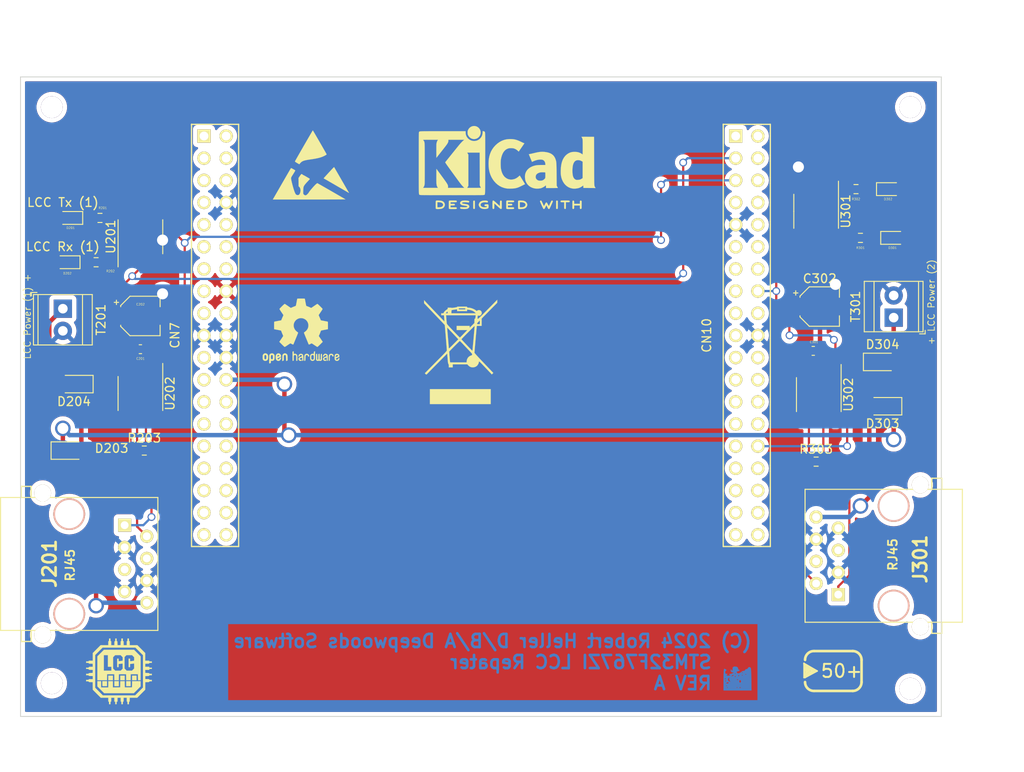
<source format=kicad_pcb>
(kicad_pcb (version 20211014) (generator pcbnew)
  (layers (0 "F.Cu" signal) (31 "B.Cu" signal) (34 "B.Paste" user) (35 "F.Paste" user) (36 "B.SilkS" user "B.Silkscreen") (37 "F.SilkS" user "F.Silkscreen") (38 "B.Mask" user) (39 "F.Mask" user) (44 "Edge.Cuts" user))
  (net 0 "")
  (net 1 "+3.3V")
  (net 2 "+5V")
  (net 3 "GND")
  (net 4 "VDD")
  (net 5 "Net-(D201-Pad1)")
  (net 6 "Net-(D202-Pad1)")
  (net 7 "/VIN")
  (net 8 "Net-(D203-Pad2)")
  (net 9 "Net-(D204-Pad2)")
  (net 10 "Net-(D301-Pad1)")
  (net 11 "Net-(D302-Pad1)")
  (net 12 "Net-(D303-Pad2)")
  (net 13 "Net-(D304-Pad2)")
  (net 16 "Net-(J201-Pad2)")
  (net 17 "Net-(J201-Pad1)")
  (net 20 "Net-(J301-Pad2)")
  (net 21 "Net-(J301-Pad1)")
  (net 22 "Net-(R201-Pad2)")
  (net 23 "Net-(R202-Pad2)")
  (net 24 "Net-(R301-Pad2)")
  (net 25 "Net-(R302-Pad2)")
  (net 26 "/PB8-CAN1_RX")
  (net 27 "/PB9-CAN1_TX")
  (net 30 "/PB12-CAN2_RX")
  (net 31 "/PB13-CAN2_TX")
  (net 34 "/PC0")
  (net 35 "/PC3")
  (net 36 "/PC1")
  (net 37 "/PC2")
  (net 38 "/PB0")
  (net 39 "/VBAT")
  (net 40 "/PA4")
  (net 41 "/PF1")
  (net 42 "/PA1")
  (net 43 "/PF0")
  (net 44 "/PA0")
  (net 45 "/PC15")
  (net 47 "/PC14")
  (net 48 "/PC13")
  (net 49 "/PB7")
  (net 50 "/PC11")
  (net 51 "/PD2")
  (net 52 "/E5V")
  (net 54 "/IOREF")
  (net 55 "/RESET")
  (net 56 "/PC10")
  (net 57 "/PC12")
  (net 58 "/Boot0")
  (net 61 "/PA13")
  (net 62 "/PA14")
  (net 63 "/PA15")
  (net 65 "/PA3")
  (net 67 "/PA2")
  (net 68 "/PC4")
  (net 69 "/PA10")
  (net 70 "/AGND")
  (net 71 "/PB3")
  (net 72 "/PB5")
  (net 73 "/PB14")
  (net 74 "/PB4")
  (net 75 "/PB15")
  (net 76 "/PB10")
  (net 77 "/PB1")
  (net 78 "/PA8")
  (net 79 "/PB2")
  (net 80 "/PA9")
  (net 81 "/PC8")
  (net 82 "/PC6")
  (net 83 "/PC5")
  (net 84 "/U5V")
  (net 86 "/PA12")
  (net 87 "/PA11")
  (net 88 "/PB11")
  (net 89 "/PC9")
  (net 90 "/AVDD")
  (net 91 "/PA5")
  (net 92 "/PA6")
  (net 93 "/PA7")
  (net 94 "/PB6")
  (net 95 "/PC7")
  (footprint "STMorpho:ST_Morpho" (layer "F.Cu") (at 101.27 190)
    (fp_text reference "CN7" (at -4.6 0 90) (layer "F.SilkS"))
    (fp_text value "ST_MORPHO" hide)
    (pad "1" thru_hole rect (at -1.27 -22.86) (size 1.524 1.524) (drill 1.016) (layers *.Cu *.Mask "F.SilkS") (net 56 "/PC10"))
    (pad "2" thru_hole circle (at 1.27 -22.86) (size 1.524 1.524) (drill 1.016) (layers *.Cu *.Mask "F.SilkS") (net 50 "/PC11"))
    (pad "3" thru_hole circle (at -1.27 -20.32) (size 1.524 1.524) (drill 1.016) (layers *.Cu *.Mask "F.SilkS") (net 57 "/PC12"))
    (pad "4" thru_hole circle (at 1.27 -20.32) (size 1.524 1.524) (drill 1.016) (layers *.Cu *.Mask "F.SilkS") (net 51 "/PD2"))
    (pad "5" thru_hole circle (at -1.27 -17.78) (size 1.524 1.524) (drill 1.016) (layers *.Cu *.Mask "F.SilkS") (net 4 "VDD"))
    (pad "6" thru_hole circle (at 1.27 -17.78) (size 1.524 1.524) (drill 1.016) (layers *.Cu *.Mask "F.SilkS") (net 52 "/E5V"))
    (pad "7" thru_hole circle (at -1.27 -15.24) (size 1.524 1.524) (drill 1.016) (layers *.Cu *.Mask "F.SilkS") (net 58 "/Boot0"))
    (pad "8" thru_hole circle (at 1.27 -15.24) (size 1.524 1.524) (drill 1.016) (layers *.Cu *.Mask "F.SilkS") (net 3 "GND"))
    (pad "9" thru_hole circle (at -1.27 -12.7) (size 1.524 1.524) (drill 1.016) (layers *.Cu *.Mask "F.SilkS"))
    (pad "10" thru_hole circle (at 1.27 -12.7) (size 1.524 1.524) (drill 1.016) (layers *.Cu *.Mask "F.SilkS"))
    (pad "11" thru_hole circle (at -1.27 -10.16) (size 1.524 1.524) (drill 1.016) (layers *.Cu *.Mask "F.SilkS"))
    (pad "12" thru_hole circle (at 1.27 -10.16) (size 1.524 1.524) (drill 1.016) (layers *.Cu *.Mask "F.SilkS") (net 54 "/IOREF"))
    (pad "13" thru_hole circle (at -1.27 -7.62) (size 1.524 1.524) (drill 1.016) (layers *.Cu *.Mask "F.SilkS") (net 61 "/PA13"))
    (pad "14" thru_hole circle (at 1.27 -7.62) (size 1.524 1.524) (drill 1.016) (layers *.Cu *.Mask "F.SilkS") (net 55 "/RESET"))
    (pad "15" thru_hole circle (at -1.27 -5.08) (size 1.524 1.524) (drill 1.016) (layers *.Cu *.Mask "F.SilkS") (net 62 "/PA14"))
    (pad "16" thru_hole circle (at 1.27 -5.08) (size 1.524 1.524) (drill 1.016) (layers *.Cu *.Mask "F.SilkS") (net 1 "+3.3V"))
    (pad "17" thru_hole circle (at -1.27 -2.54) (size 1.524 1.524) (drill 1.016) (layers *.Cu *.Mask "F.SilkS") (net 63 "/PA15"))
    (pad "18" thru_hole circle (at 1.27 -2.54) (size 1.524 1.524) (drill 1.016) (layers *.Cu *.Mask "F.SilkS") (net 2 "+5V"))
    (pad "19" thru_hole circle (at -1.27 0) (size 1.524 1.524) (drill 1.016) (layers *.Cu *.Mask "F.SilkS") (net 3 "GND"))
    (pad "20" thru_hole circle (at 1.27 0) (size 1.524 1.524) (drill 1.016) (layers *.Cu *.Mask "F.SilkS") (net 3 "GND"))
    (pad "21" thru_hole circle (at -1.27 2.54) (size 1.524 1.524) (drill 1.016) (layers *.Cu *.Mask "F.SilkS") (net 49 "/PB7"))
    (pad "22" thru_hole circle (at 1.27 2.54) (size 1.524 1.524) (drill 1.016) (layers *.Cu *.Mask "F.SilkS") (net 3 "GND"))
    (pad "23" thru_hole circle (at -1.27 5.08) (size 1.524 1.524) (drill 1.016) (layers *.Cu *.Mask "F.SilkS") (net 48 "/PC13"))
    (pad "24" thru_hole circle (at 1.27 5.08) (size 1.524 1.524) (drill 1.016) (layers *.Cu *.Mask "F.SilkS") (net 7 "/VIN"))
    (pad "25" thru_hole circle (at -1.27 7.62) (size 1.524 1.524) (drill 1.016) (layers *.Cu *.Mask "F.SilkS") (net 47 "/PC14"))
    (pad "26" thru_hole circle (at 1.27 7.62) (size 1.524 1.524) (drill 1.016) (layers *.Cu *.Mask "F.SilkS"))
    (pad "27" thru_hole circle (at -1.27 10.16) (size 1.524 1.524) (drill 1.016) (layers *.Cu *.Mask "F.SilkS") (net 45 "/PC15"))
    (pad "28" thru_hole circle (at 1.27 10.16) (size 1.524 1.524) (drill 1.016) (layers *.Cu *.Mask "F.SilkS") (net 44 "/PA0"))
    (pad "29" thru_hole circle (at -1.27 12.7) (size 1.524 1.524) (drill 1.016) (layers *.Cu *.Mask "F.SilkS") (net 43 "/PF0"))
    (pad "30" thru_hole circle (at 1.27 12.7) (size 1.524 1.524) (drill 1.016) (layers *.Cu *.Mask "F.SilkS") (net 42 "/PA1"))
    (pad "31" thru_hole circle (at -1.27 15.24) (size 1.524 1.524) (drill 1.016) (layers *.Cu *.Mask "F.SilkS") (net 41 "/PF1"))
    (pad "32" thru_hole circle (at 1.27 15.24) (size 1.524 1.524) (drill 1.016) (layers *.Cu *.Mask "F.SilkS") (net 40 "/PA4"))
    (pad "33" thru_hole circle (at -1.27 17.78) (size 1.524 1.524) (drill 1.016) (layers *.Cu *.Mask "F.SilkS") (net 39 "/VBAT"))
    (pad "34" thru_hole circle (at 1.27 17.78) (size 1.524 1.524) (drill 1.016) (layers *.Cu *.Mask "F.SilkS") (net 38 "/PB0"))
    (pad "35" thru_hole circle (at -1.27 20.32) (size 1.524 1.524) (drill 1.016) (layers *.Cu *.Mask "F.SilkS") (net 37 "/PC2"))
    (pad "36" thru_hole circle (at 1.27 20.32) (size 1.524 1.524) (drill 1.016) (layers *.Cu *.Mask "F.SilkS") (net 36 "/PC1"))
    (pad "37" thru_hole circle (at -1.27 22.86) (size 1.524 1.524) (drill 1.016) (layers *.Cu *.Mask "F.SilkS") (net 35 "/PC3"))
    (pad "38" thru_hole circle (at 1.27 22.86) (size 1.524 1.524) (drill 1.016) (layers *.Cu *.Mask "F.SilkS") (net 34 "/PC0"))
  )
  (footprint "STMorpho:ST_Morpho" (layer "F.Cu") (at 162.23 190)
    (fp_text reference "CN10" (at -4.6 0 90) (layer "F.SilkS"))
    (fp_text value "ST_MORPHO" hide)
    (pad "1" thru_hole rect (at -1.27 -22.86) (size 1.524 1.524) (drill 1.016) (layers *.Cu *.Mask "F.SilkS") (net 89 "/PC9"))
    (pad "2" thru_hole circle (at 1.27 -22.86) (size 1.524 1.524) (drill 1.016) (layers *.Cu *.Mask "F.SilkS") (net 81 "/PC8"))
    (pad "3" thru_hole circle (at -1.27 -20.32) (size 1.524 1.524) (drill 1.016) (layers *.Cu *.Mask "F.SilkS") (net 26 "/PB8-CAN1_RX"))
    (pad "4" thru_hole circle (at 1.27 -20.32) (size 1.524 1.524) (drill 1.016) (layers *.Cu *.Mask "F.SilkS") (net 82 "/PC6"))
    (pad "5" thru_hole circle (at -1.27 -17.78) (size 1.524 1.524) (drill 1.016) (layers *.Cu *.Mask "F.SilkS") (net 27 "/PB9-CAN1_TX"))
    (pad "6" thru_hole circle (at 1.27 -17.78) (size 1.524 1.524) (drill 1.016) (layers *.Cu *.Mask "F.SilkS") (net 83 "/PC5"))
    (pad "7" thru_hole circle (at -1.27 -15.24) (size 1.524 1.524) (drill 1.016) (layers *.Cu *.Mask "F.SilkS") (net 90 "/AVDD"))
    (pad "8" thru_hole circle (at 1.27 -15.24) (size 1.524 1.524) (drill 1.016) (layers *.Cu *.Mask "F.SilkS") (net 84 "/U5V"))
    (pad "9" thru_hole circle (at -1.27 -12.7) (size 1.524 1.524) (drill 1.016) (layers *.Cu *.Mask "F.SilkS") (net 3 "GND"))
    (pad "10" thru_hole circle (at 1.27 -12.7) (size 1.524 1.524) (drill 1.016) (layers *.Cu *.Mask "F.SilkS"))
    (pad "11" thru_hole circle (at -1.27 -10.16) (size 1.524 1.524) (drill 1.016) (layers *.Cu *.Mask "F.SilkS") (net 91 "/PA5"))
    (pad "12" thru_hole circle (at 1.27 -10.16) (size 1.524 1.524) (drill 1.016) (layers *.Cu *.Mask "F.SilkS") (net 86 "/PA12"))
    (pad "13" thru_hole circle (at -1.27 -7.62) (size 1.524 1.524) (drill 1.016) (layers *.Cu *.Mask "F.SilkS") (net 92 "/PA6"))
    (pad "14" thru_hole circle (at 1.27 -7.62) (size 1.524 1.524) (drill 1.016) (layers *.Cu *.Mask "F.SilkS") (net 87 "/PA11"))
    (pad "15" thru_hole circle (at -1.27 -5.08) (size 1.524 1.524) (drill 1.016) (layers *.Cu *.Mask "F.SilkS") (net 93 "/PA7"))
    (pad "16" thru_hole circle (at 1.27 -5.08) (size 1.524 1.524) (drill 1.016) (layers *.Cu *.Mask "F.SilkS") (net 30 "/PB12-CAN2_RX"))
    (pad "17" thru_hole circle (at -1.27 -2.54) (size 1.524 1.524) (drill 1.016) (layers *.Cu *.Mask "F.SilkS") (net 94 "/PB6"))
    (pad "18" thru_hole circle (at 1.27 -2.54) (size 1.524 1.524) (drill 1.016) (layers *.Cu *.Mask "F.SilkS") (net 88 "/PB11"))
    (pad "19" thru_hole circle (at -1.27 0) (size 1.524 1.524) (drill 1.016) (layers *.Cu *.Mask "F.SilkS") (net 95 "/PC7"))
    (pad "20" thru_hole circle (at 1.27 0) (size 1.524 1.524) (drill 1.016) (layers *.Cu *.Mask "F.SilkS") (net 3 "GND"))
    (pad "21" thru_hole circle (at -1.27 2.54) (size 1.524 1.524) (drill 1.016) (layers *.Cu *.Mask "F.SilkS") (net 80 "/PA9"))
    (pad "22" thru_hole circle (at 1.27 2.54) (size 1.524 1.524) (drill 1.016) (layers *.Cu *.Mask "F.SilkS") (net 79 "/PB2"))
    (pad "23" thru_hole circle (at -1.27 5.08) (size 1.524 1.524) (drill 1.016) (layers *.Cu *.Mask "F.SilkS") (net 78 "/PA8"))
    (pad "24" thru_hole circle (at 1.27 5.08) (size 1.524 1.524) (drill 1.016) (layers *.Cu *.Mask "F.SilkS") (net 77 "/PB1"))
    (pad "25" thru_hole circle (at -1.27 7.62) (size 1.524 1.524) (drill 1.016) (layers *.Cu *.Mask "F.SilkS") (net 76 "/PB10"))
    (pad "26" thru_hole circle (at 1.27 7.62) (size 1.524 1.524) (drill 1.016) (layers *.Cu *.Mask "F.SilkS") (net 75 "/PB15"))
    (pad "27" thru_hole circle (at -1.27 10.16) (size 1.524 1.524) (drill 1.016) (layers *.Cu *.Mask "F.SilkS") (net 74 "/PB4"))
    (pad "28" thru_hole circle (at 1.27 10.16) (size 1.524 1.524) (drill 1.016) (layers *.Cu *.Mask "F.SilkS") (net 73 "/PB14"))
    (pad "29" thru_hole circle (at -1.27 12.7) (size 1.524 1.524) (drill 1.016) (layers *.Cu *.Mask "F.SilkS") (net 72 "/PB5"))
    (pad "30" thru_hole circle (at 1.27 12.7) (size 1.524 1.524) (drill 1.016) (layers *.Cu *.Mask "F.SilkS") (net 31 "/PB13-CAN2_TX"))
    (pad "31" thru_hole circle (at -1.27 15.24) (size 1.524 1.524) (drill 1.016) (layers *.Cu *.Mask "F.SilkS") (net 71 "/PB3"))
    (pad "32" thru_hole circle (at 1.27 15.24) (size 1.524 1.524) (drill 1.016) (layers *.Cu *.Mask "F.SilkS") (net 70 "/AGND"))
    (pad "33" thru_hole circle (at -1.27 17.78) (size 1.524 1.524) (drill 1.016) (layers *.Cu *.Mask "F.SilkS") (net 69 "/PA10"))
    (pad "34" thru_hole circle (at 1.27 17.78) (size 1.524 1.524) (drill 1.016) (layers *.Cu *.Mask "F.SilkS") (net 68 "/PC4"))
    (pad "35" thru_hole circle (at -1.27 20.32) (size 1.524 1.524) (drill 1.016) (layers *.Cu *.Mask "F.SilkS") (net 67 "/PA2"))
    (pad "36" thru_hole circle (at 1.27 20.32) (size 1.524 1.524) (drill 1.016) (layers *.Cu *.Mask "F.SilkS"))
    (pad "37" thru_hole circle (at -1.27 22.86) (size 1.524 1.524) (drill 1.016) (layers *.Cu *.Mask "F.SilkS") (net 65 "/PA3"))
    (pad "38" thru_hole circle (at 1.27 22.86) (size 1.524 1.524) (drill 1.016) (layers *.Cu *.Mask "F.SilkS"))
  )
  (footprint "MountingHole_2-5mm_RevA_Date21Jun2010" (layer "F.Cu") (at 82.55 163.83)
    (fp_text reference "MH" hide)
    (fp_text value "MountingHole_2-5mm_RevA_Date21Jun2010" hide)
    (pad "" thru_hole circle locked (at 0 0) (size 2.49936 2.49936) (drill 2.49936) (layers))
  )
  (footprint "MountingHole_2-5mm_RevA_Date21Jun2010" (layer "F.Cu") (at 82.55 229.87)
    (fp_text reference "MH" hide)
    (fp_text value "MountingHole_2-5mm_RevA_Date21Jun2010" hide)
    (pad "" thru_hole circle locked (at 0 0) (size 2.49936 2.49936) (drill 2.49936) (layers))
  )
  (footprint "MountingHole_2-5mm_RevA_Date21Jun2010" (layer "F.Cu") (at 180.975 230.505)
    (fp_text reference "MH" hide)
    (fp_text value "MountingHole_2-5mm_RevA_Date21Jun2010" hide)
    (pad "" thru_hole circle locked (at 0 0) (size 2.49936 2.49936) (drill 2.49936) (layers))
  )
  (footprint "MountingHole_2-5mm_RevA_Date21Jun2010" (layer "F.Cu") (at 180.975 163.83)
    (fp_text reference "MH" hide)
    (fp_text value "MountingHole_2-5mm_RevA_Date21Jun2010" hide)
    (pad "" thru_hole circle locked (at 0 0) (size 2.49936 2.49936) (drill 2.49936) (layers))
  )
  (footprint "Capacitor_SMD:CP_Elec_4x5.8" (layer "F.Cu") (at 92.71 187.77)
    (fp_text reference "C202" (at 0 -1.334) (layer "F.SilkS") (effects (font (size 0.25 0.25) (thickness 0.03))))
    (fp_text value "15 uf 15V")
    (pad "1" smd roundrect (at -1.8 0) (size 2.6 1.6) (layers "F.Cu" "F.Paste" "F.Mask") (roundrect_rratio 0.15625) (net 1 "+3.3V"))
    (pad "2" smd roundrect (at 1.8 0) (size 2.6 1.6) (layers "F.Cu" "F.Paste" "F.Mask") (roundrect_rratio 0.15625) (net 3 "GND"))
  )
  (footprint "Diode_SMD:D_PowerDI-123" (layer "F.Cu") (at 177.8 198.12 180)
    (fp_text reference "D303" (at 0 -2) (layer "F.SilkS"))
    (fp_text value "SB240")
    (pad "1" smd rect (at -0.85 0) (size 2.4 1.5) (layers "F.Cu" "F.Paste" "F.Mask") (net 7 "/VIN"))
    (pad "2" smd rect (at 1.525 0) (size 1.05 1.5) (layers "F.Cu" "F.Paste" "F.Mask") (net 12 "Net-(D303-Pad2)"))
  )
  (footprint "LED_SMD:LED_0603_1608Metric" (layer "F.Cu") (at 179.07 178.816)
    (fp_text reference "D301" (at -0.127 1.143) (layer "F.SilkS") (effects (font (size 0.25 0.25) (thickness 0.03))))
    (fp_text value "LCC Tx (2)")
    (pad "1" smd roundrect (at -0.7875 0) (size 0.875 0.95) (layers "F.Cu" "F.Paste" "F.Mask") (net 10 "Net-(D301-Pad1)"))
    (pad "2" smd roundrect (at 0.7875 0) (size 0.875 0.95) (layers "F.Cu" "F.Paste" "F.Mask") (net 1 "+3.3V"))
  )
  (footprint "Diode_SMD:D_PowerDI-123" (layer "F.Cu") (at 177.8 193.04)
    (fp_text reference "D304" (at 0 -2) (layer "F.SilkS"))
    (fp_text value "SB240")
    (pad "1" smd rect (at -0.85 0 180) (size 2.4 1.5) (layers "F.Cu" "F.Paste" "F.Mask") (net 12 "Net-(D303-Pad2)"))
    (pad "2" smd rect (at 1.525 0 180) (size 1.05 1.5) (layers "F.Cu" "F.Paste" "F.Mask") (net 13 "Net-(D304-Pad2)"))
  )
  (footprint "LCCLogo:LCC_LOGO_9x9" (layer "F.Cu") (at 90.297 228.473)
    (fp_text reference "G***" hide)
    (fp_text value "LCC" hide)
  )
  (footprint "Symbol:ESD-Logo_8.9x8mm_SilkScreen" (layer "F.Cu") (at 112.268 170.434)
    (fp_text reference "REF**" hide)
    (fp_text value "ESD-Logo_8.9x8mm_SilkScreen" hide)
  )
  (footprint "Symbol:WEEE-Logo_8.4x12mm_SilkScreen" (layer "F.Cu") (at 129.413 191.897)
    (fp_text reference "REF**" hide)
    (fp_text value "WEEE-Logo_8.4x12mm_SilkScreen" hide)
  )
  (footprint "Diode_SMD:D_PowerDI-123" (layer "F.Cu") (at 85.09 195.58 180)
    (fp_text reference "D204" (at 0 -2) (layer "F.SilkS"))
    (fp_text value "SB240")
    (pad "1" smd rect (at -0.85 0) (size 2.4 1.5) (layers "F.Cu" "F.Paste" "F.Mask") (net 8 "Net-(D203-Pad2)"))
    (pad "2" smd rect (at 1.525 0) (size 1.05 1.5) (layers "F.Cu" "F.Paste" "F.Mask") (net 9 "Net-(D204-Pad2)"))
  )
  (footprint "Capacitor_SMD:C_0603_1608Metric" (layer "F.Cu") (at 169.85 191.77)
    (fp_text reference "C301" (at 0.076 -1.016) (layer "F.SilkS") (effects (font (size 0.25 0.25) (thickness 0.03))))
    (fp_text value ".1 uf")
    (pad "1" smd roundrect (at -0.775 0) (size 0.9 0.95) (layers "F.Cu" "F.Paste" "F.Mask") (net 1 "+3.3V"))
    (pad "2" smd roundrect (at 0.775 0) (size 0.9 0.95) (layers "F.Cu" "F.Paste" "F.Mask") (net 3 "GND"))
  )
  (footprint "RJ45:RJ45_8N-S" (layer "F.Cu") (at 84.55 216.2 -90)
    (fp_text reference "J201" (at -0.046 2.254 90) (layer "F.SilkS") (effects (font (size 1.524 1.524) (thickness 0.3048))))
    (fp_text value "RJ45" (at 0.14224 -0.1016 90) (layer "F.SilkS") (effects (font (size 1.00076 1.00076) (thickness 0.2032))))
    (pad "" np_thru_hole circle (at 5.715 0 270) (size 3.64998 3.64998) (drill 3.2512) (layers *.Cu *.SilkS *.Mask))
    (pad "" thru_hole circle (at -8.128 3.048 270) (size 1.9304 1.9304) (drill 1.9304) (layers *.Cu *.Mask "F.SilkS"))
    (pad "" thru_hole circle (at 8.128 3.048 270) (size 1.9304 1.9304) (drill 1.9304) (layers *.Cu *.Mask "F.SilkS"))
    (pad "" np_thru_hole circle (at -5.715 0 270) (size 3.64998 3.64998) (drill 3.2512) (layers *.Cu *.SilkS *.Mask))
    (pad "1" thru_hole rect (at -4.445 -6.35 270) (size 1.50114 1.50114) (drill 0.89916) (layers *.Cu *.Mask "F.SilkS") (net 17 "Net-(J201-Pad1)"))
    (pad "2" thru_hole circle (at -3.175 -8.89 270) (size 1.50114 1.50114) (drill 0.89916) (layers *.Cu *.Mask "F.SilkS") (net 16 "Net-(J201-Pad2)"))
    (pad "3" thru_hole circle (at -1.905 -6.35 270) (size 1.50114 1.50114) (drill 0.89916) (layers *.Cu *.Mask "F.SilkS") (net 3 "GND"))
    (pad "4" thru_hole circle (at -0.635 -8.89 270) (size 1.50114 1.50114) (drill 0.89916) (layers *.Cu *.Mask "F.SilkS"))
    (pad "5" thru_hole circle (at 0.635 -6.35 270) (size 1.50114 1.50114) (drill 0.89916) (layers *.Cu *.Mask "F.SilkS"))
    (pad "6" thru_hole circle (at 1.905 -8.89 270) (size 1.50114 1.50114) (drill 0.89916) (layers *.Cu *.Mask "F.SilkS") (net 3 "GND"))
    (pad "7" thru_hole circle (at 3.175 -6.35 270) (size 1.50114 1.50114) (drill 0.89916) (layers *.Cu *.Mask "F.SilkS") (net 3 "GND"))
    (pad "8" thru_hole circle (at 4.445 -8.89 270) (size 1.50114 1.50114) (drill 0.89916) (layers *.Cu *.Mask "F.SilkS") (net 8 "Net-(D203-Pad2)"))
  )
  (footprint "Resistor_SMD:R_0603_1608Metric" (layer "F.Cu") (at 93.155 203.2)
    (fp_text reference "R203" (at 0 -1.43) (layer "F.SilkS"))
    (fp_text value "120")
    (pad "1" smd roundrect (at -0.825 0) (size 0.8 0.95) (layers "F.Cu" "F.Paste" "F.Mask") (net 16 "Net-(J201-Pad2)"))
    (pad "2" smd roundrect (at 0.825 0) (size 0.8 0.95) (layers "F.Cu" "F.Paste" "F.Mask") (net 17 "Net-(J201-Pad1)"))
  )
  (footprint "Resistor_SMD:R_0603_1608Metric" (layer "F.Cu") (at 174.752 173.228 180)
    (fp_text reference "R302" (at 0 -1.143) (layer "F.SilkS") (effects (font (size 0.25 0.25) (thickness 0.03))))
    (fp_text value "160 Ohms")
    (pad "1" smd roundrect (at -0.825 0 180) (size 0.8 0.95) (layers "F.Cu" "F.Paste" "F.Mask") (net 11 "Net-(D302-Pad1)"))
    (pad "2" smd roundrect (at 0.825 0 180) (size 0.8 0.95) (layers "F.Cu" "F.Paste" "F.Mask") (net 25 "Net-(R302-Pad2)"))
  )
  (footprint "Package_SO:SOIC-8_3.9x4.9mm_P1.27mm" (layer "F.Cu") (at 170.485 196.785 -90)
    (fp_text reference "U302" (at 0 -3.4 90) (layer "F.SilkS"))
    (fp_text value "TCAN332DR")
    (pad "1" smd roundrect (at -2.475 -1.905 270) (size 1.95 0.6) (layers "F.Cu" "F.Paste" "F.Mask") (net 31 "/PB13-CAN2_TX"))
    (pad "2" smd roundrect (at -2.475 -0.635 270) (size 1.95 0.6) (layers "F.Cu" "F.Paste" "F.Mask") (net 3 "GND"))
    (pad "3" smd roundrect (at -2.475 0.635 270) (size 1.95 0.6) (layers "F.Cu" "F.Paste" "F.Mask") (net 1 "+3.3V"))
    (pad "4" smd roundrect (at -2.475 1.905 270) (size 1.95 0.6) (layers "F.Cu" "F.Paste" "F.Mask") (net 30 "/PB12-CAN2_RX"))
    (pad "5" smd roundrect (at 2.475 1.905 270) (size 1.95 0.6) (layers "F.Cu" "F.Paste" "F.Mask"))
    (pad "6" smd roundrect (at 2.475 0.635 270) (size 1.95 0.6) (layers "F.Cu" "F.Paste" "F.Mask") (net 20 "Net-(J301-Pad2)"))
    (pad "7" smd roundrect (at 2.475 -0.635 270) (size 1.95 0.6) (layers "F.Cu" "F.Paste" "F.Mask") (net 21 "Net-(J301-Pad1)"))
    (pad "8" smd roundrect (at 2.475 -1.905 270) (size 1.95 0.6) (layers "F.Cu" "F.Paste" "F.Mask"))
  )
  (footprint "Diode_SMD:D_PowerDI-123" (layer "F.Cu") (at 84.67 203.2)
    (fp_text reference "D203" (at 4.738 -0.254) (layer "F.SilkS"))
    (fp_text value "SB240")
    (pad "1" smd rect (at -0.85 0 180) (size 2.4 1.5) (layers "F.Cu" "F.Paste" "F.Mask") (net 7 "/VIN"))
    (pad "2" smd rect (at 1.525 0 180) (size 1.05 1.5) (layers "F.Cu" "F.Paste" "F.Mask") (net 8 "Net-(D203-Pad2)"))
  )
  (footprint "Resistor_SMD:R_0603_1608Metric" (layer "F.Cu") (at 170.18 204.47)
    (fp_text reference "R303" (at 0 -1.43) (layer "F.SilkS"))
    (fp_text value "120")
    (pad "1" smd roundrect (at -0.825 0) (size 0.8 0.95) (layers "F.Cu" "F.Paste" "F.Mask") (net 20 "Net-(J301-Pad2)"))
    (pad "2" smd roundrect (at 0.825 0) (size 0.8 0.95) (layers "F.Cu" "F.Paste" "F.Mask") (net 21 "Net-(J301-Pad1)"))
  )
  (footprint "Package_SO:SOIC-8_3.9x4.9mm_P1.27mm" (layer "F.Cu") (at 92.71 196.66 -90)
    (fp_text reference "U202" (at 0 -3.4 90) (layer "F.SilkS"))
    (fp_text value "TCAN332DR")
    (pad "1" smd roundrect (at -2.475 -1.905 270) (size 1.95 0.6) (layers "F.Cu" "F.Paste" "F.Mask") (net 27 "/PB9-CAN1_TX"))
    (pad "2" smd roundrect (at -2.475 -0.635 270) (size 1.95 0.6) (layers "F.Cu" "F.Paste" "F.Mask") (net 3 "GND"))
    (pad "3" smd roundrect (at -2.475 0.635 270) (size 1.95 0.6) (layers "F.Cu" "F.Paste" "F.Mask") (net 1 "+3.3V"))
    (pad "4" smd roundrect (at -2.475 1.905 270) (size 1.95 0.6) (layers "F.Cu" "F.Paste" "F.Mask") (net 26 "/PB8-CAN1_RX"))
    (pad "5" smd roundrect (at 2.475 1.905 270) (size 1.95 0.6) (layers "F.Cu" "F.Paste" "F.Mask"))
    (pad "6" smd roundrect (at 2.475 0.635 270) (size 1.95 0.6) (layers "F.Cu" "F.Paste" "F.Mask") (net 16 "Net-(J201-Pad2)"))
    (pad "7" smd roundrect (at 2.475 -0.635 270) (size 1.95 0.6) (layers "F.Cu" "F.Paste" "F.Mask") (net 17 "Net-(J201-Pad1)"))
    (pad "8" smd roundrect (at 2.475 -1.905 270) (size 1.95 0.6) (layers "F.Cu" "F.Paste" "F.Mask"))
  )
  (footprint "TerminalBlock_TE-Connectivity:TerminalBlock_TE_282834-2_1x02_P2.54mm_Horizontal" (layer "F.Cu") (at 83.82 186.935 -90)
    (fp_text reference "T201" (at 1.27 -4.37 90) (layer "F.SilkS"))
    (fp_text value "LCC Power (1) +" (at 0.898 4.064 90) (layer "F.SilkS") (effects (font (size 0.75 0.75) (thickness 0.1))))
    (pad "1" thru_hole rect (at 0 0 270) (size 2.1 2.1) (drill 1.1) (layers *.Cu *.Mask) (net 9 "Net-(D204-Pad2)"))
    (pad "2" thru_hole circle (at 2.54 0 270) (size 2.1 2.1) (drill 1.1) (layers *.Cu *.Mask) (net 3 "GND"))
  )
  (footprint "LED_SMD:LED_0603_1608Metric" (layer "F.Cu") (at 84.6075 176.53 180)
    (fp_text reference "D201" (at -0.1015 -1.143) (layer "F.SilkS") (effects (font (size 0.25 0.25) (thickness 0.03))))
    (fp_text value "LCC Tx (1)" (at 0.7875 1.778) (layer "F.SilkS"))
    (pad "1" smd roundrect (at -0.7875 0 180) (size 0.875 0.95) (layers "F.Cu" "F.Paste" "F.Mask") (net 5 "Net-(D201-Pad1)"))
    (pad "2" smd roundrect (at 0.7875 0 180) (size 0.875 0.95) (layers "F.Cu" "F.Paste" "F.Mask") (net 1 "+3.3V"))
  )
  (footprint "TerminalBlock_TE-Connectivity:TerminalBlock_TE_282834-2_1x02_P2.54mm_Horizontal" (layer "F.Cu") (at 179.07 187.96 90)
    (fp_text reference "T301" (at 1.27 -4.37 90) (layer "F.SilkS"))
    (fp_text value "+ LCC Power (2)" (at 1.778 4.318 90) (layer "F.SilkS") (effects (font (size 0.75 0.75) (thickness 0.1))))
    (pad "1" thru_hole rect (at 0 0 90) (size 2.1 2.1) (drill 1.1) (layers *.Cu *.Mask) (net 13 "Net-(D304-Pad2)"))
    (pad "2" thru_hole circle (at 2.54 0 90) (size 2.1 2.1) (drill 1.1) (layers *.Cu *.Mask) (net 3 "GND"))
  )
  (footprint "Symbol:KiCad-Logo2_8mm_SilkScreen" (layer "F.Cu") (at 134.747 169.926)
    (fp_text reference "REF**" hide)
    (fp_text value "KiCad-Logo2_8mm_SilkScreen" hide)
  )
  (footprint "Symbol:OSHW-Logo2_9.8x8mm_SilkScreen" (layer "F.Cu") (at 111.125 189.484)
    (fp_text reference "REF**" hide)
    (fp_text value "OSHW-Logo2_9.8x8mm_SilkScreen" hide)
  )
  (footprint "DWSLogos:DWSLogoBCU" (layer "F.Cu") (at 161.163 229.108)
    (fp_text reference "G***" hide)
    (fp_text value "LOGO" hide)
    (fp_poly (pts (xy -0.108464 -1.135548) (xy 0.054286 -1.025386) (xy 0.076911 -0.916525) (xy 0.115901 -0.790424) (xy 0.183154 -0.780551) (xy 0.266707 -0.750362) (xy 0.252525 -0.705255) (xy 0.105682 -0.610546) (xy 0.044272 -0.602372) (xy -0.086371 -0.550161) (xy -0.065049 -0.44133) (xy 0.052474 -0.364402) (xy 0.229147 -0.385967) (xy 0.325409 -0.451779) (xy 0.501976 -0.451779) (xy 0.552174 -0.401581) (xy 0.602371 -0.451779) (xy 0.552174 -0.501977) (xy 0.501976 -0.451779) (xy 0.325409 -0.451779) (xy 0.40752 -0.507916) (xy 0.583568 -0.635173) (xy 0.707137 -0.649868) (xy 0.818968 -0.673441) (xy 0.864588 -0.746025) (xy 0.959332 -0.852593) (xy 1.015181 -0.84642) (xy 1.12126 -0.873871) (xy 1.165995 -0.947392) (xy 1.292798 -1.085772) (xy 1.45142 -1.075212) (xy 1.536481 -0.968747) (xy 1.557529 -0.819825) (xy 1.576367 -0.514599) (xy 1.590937 -0.097556) (xy 1.599179 0.386589) (xy 1.609841 1.606324) (xy -1.606324 1.606324) (xy -1.606324 1.25494) (xy -1.204743 1.25494) (xy -1.154546 1.305138) (xy -1.104348 1.25494) (xy -0.100396 1.25494) (xy -0.050198 1.305138) (xy 0 1.25494) (xy -0.016732 1.238208) (xy 0.234255 1.238208) (xy 0.248036 1.297893) (xy 0.301185 1.305138) (xy 0.383822 1.268405) (xy 0.368116 1.238208) (xy 0.24897 1.226192) (xy 0.234255 1.238208) (xy -0.016732 1.238208) (xy -0.050198 1.204743) (xy -0.100396 1.25494) (xy -1.104348 1.25494) (xy -1.154546 1.204743) (xy -1.204743 1.25494) (xy -1.606324 1.25494) (xy -1.606324 1.05415) (xy -1.305139 1.05415) (xy -1.254941 1.104347) (xy -1.204743 1.05415) (xy -1.254941 1.003952) (xy -1.305139 1.05415) (xy -1.606324 1.05415) (xy -1.606324 0.763705) (xy -1.305139 0.763705) (xy -1.223158 0.798801) (xy -1.154546 0.803162) (xy -1.020918 0.750621) (xy -1.003953 0.705917) (xy -1.077543 0.650678) (xy -1.154546 0.666461) (xy -1.286642 0.73772) (xy -1.305139 0.763705) (xy -1.606324 0.763705) (xy -1.606324 0.501976) (xy -1.405534 0.501976) (xy -1.368801 0.584613) (xy -1.338604 0.568906) (xy -1.326588 0.44976) (xy -1.338604 0.435046) (xy -1.398289 0.448827) (xy -1.405534 0.501976) (xy -1.606324 0.501976) (xy -1.606324 0.351383) (xy -1.604934 0.234255) (xy -1.472464 0.234255) (xy -1.458683 0.29394) (xy -1.405534 0.301185) (xy -1.389298 0.293968) (xy -1.095137 0.293968) (xy -1.065194 0.465728) (xy -0.978854 0.535881) (xy -0.828136 0.587199) (xy -0.834683 0.552174) (xy 0.20079 0.552174) (xy 0.255001 0.685776) (xy 0.301185 0.702766) (xy 0.390254 0.621451) (xy 0.401581 0.552174) (xy 0.34737 0.418571) (xy 0.301185 0.401581) (xy 0.212117 0.482896) (xy 0.20079 0.552174) (xy -0.834683 0.552174) (xy -0.838161 0.533569) (xy -0.899908 0.456176) (xy -0.946167 0.33465) (xy -0.066931 0.33465) (xy -0.053149 0.394335) (xy 0 0.401581) (xy 0.082636 0.364848) (xy 0.06693 0.33465) (xy -0.052216 0.322635) (xy -0.066931 0.33465) (xy -0.946167 0.33465) (xy -0.967692 0.278104) (xy -0.946886 0.189676) (xy -0.930621 0.116425) (xy -0.988441 0.141006) (xy -1.095137 0.293968) (xy -1.389298 0.293968) (xy -1.322897 0.264452) (xy -1.338604 0.234255) (xy -1.45775 0.22224) (xy -1.472464 0.234255) (xy -1.604934 0.234255) (xy -1.602153 0) (xy -0.301186 0) (xy -0.264453 0.082636) (xy -0.234256 0.06693) (xy -0.222241 -0.052216) (xy -0.234256 -0.066931) (xy -0.293941 -0.053149) (xy -0.301186 0) (xy -1.602153 0) (xy -1.601815 -0.028441) (xy -0.692588 -0.028441) (xy -0.59199 -0.049506) (xy -0.572943 -0.056653) (xy -0.505326 -0.100396) (xy 0.100395 -0.100396) (xy 0.137128 -0.017759) (xy 0.167325 -0.033465) (xy 0.179136 -0.150593) (xy 0.501976 -0.150593) (xy 0.552174 -0.100396) (xy 0.602371 -0.150593) (xy 0.552174 -0.200791) (xy 0.501976 -0.150593) (xy 0.179136 -0.150593) (xy 0.17934 -0.152611) (xy 0.167325 -0.167326) (xy 0.10764 -0.153545) (xy 0.100395 -0.100396) (xy -0.505326 -0.100396) (xy -0.450005 -0.136185) (xy -0.449122 -0.181402) (xy -0.555326 -0.17014) (xy -0.629144 -0.112853) (xy -0.692588 -0.028441) (xy -1.601815 -0.028441) (xy -1.600683 -0.12384) (xy -1.585278 -0.516263) (xy -1.56239 -0.787936) (xy -1.534297 -0.90091) (xy -1.531028 -0.90202) (xy -1.399012 -0.863103) (xy -1.281543 -0.784893) (xy -1.242848 -0.717985) (xy -1.28004 -0.704305) (xy -1.381942 -0.619103) (xy -1.405534 -0.501977) (xy -1.374295 -0.344335) (xy -1.330238 -0.313075) (xy -1.159384 -0.31153) (xy -1.149864 -0.245378) (xy -1.204743 -0.200791) (xy -1.267698 -0.132957) (xy -1.158385 -0.105746) (xy -1.054151 -0.10347) (xy -0.865225 -0.117045) (xy -0.856722 -0.165972) (xy -0.903558 -0.200791) (xy -0.960084 -0.250989) (xy 0.903557 -0.250989) (xy 0.953755 -0.200791) (xy 1.003952 -0.250989) (xy 0.953755 -0.301186) (xy 0.903557 -0.250989) (xy -0.960084 -0.250989) (xy -0.988829 -0.276516) (xy -0.890937 -0.300246) (xy -0.85336 -0.301186) (xy -0.632016 -0.351384) (xy -0.301186 -0.351384) (xy -0.250989 -0.301186) (xy -0.200791 -0.351384) (xy -0.250989 -0.401581) (xy -0.301186 -0.351384) (xy -0.632016 -0.351384) (xy -0.606278 -0.357221) (xy -0.501977 -0.412589) (xy -0.408143 -0.490001) (xy -0.488609 -0.477035) (xy -0.518767 -0.467589) (xy -0.690705 -0.493928) (xy -0.744656 -0.566725) (xy -0.797893 -0.7424) (xy -0.752668 -0.799436) (xy -0.696842 -0.803162) (xy -0.641315 -0.739759) (xy -0.662156 -0.687255) (xy -0.673984 -0.617801) (xy -0.627309 -0.637158) (xy -0.560499 -0.775984) (xy -0.569688 -0.889813) (xy -0.541352 -1.071819) (xy -0.365552 -1.158083)) (layer "B.Cu") (width 0) (fill solid))
  )
  (footprint "LED_SMD:LED_0603_1608Metric" (layer "F.Cu") (at 178.5875 173.228)
    (fp_text reference "D302" (at -0.1525 1.143) (layer "F.SilkS") (effects (font (size 0.25 0.25) (thickness 0.03))))
    (fp_text value "LCC Rx (2)")
    (pad "1" smd roundrect (at -0.7875 0) (size 0.875 0.95) (layers "F.Cu" "F.Paste" "F.Mask") (net 11 "Net-(D302-Pad1)"))
    (pad "2" smd roundrect (at 0.7875 0) (size 0.875 0.95) (layers "F.Cu" "F.Paste" "F.Mask") (net 1 "+3.3V"))
  )
  (footprint "Package_SO:SOIC-8_3.9x4.9mm_P1.27mm" (layer "F.Cu") (at 170.18 175.768 -90)
    (fp_text reference "U301" (at 0 -3.4 90) (layer "F.SilkS"))
    (fp_text value "LM358")
    (pad "1" smd roundrect (at -2.475 -1.905 270) (size 1.95 0.6) (layers "F.Cu" "F.Paste" "F.Mask") (net 25 "Net-(R302-Pad2)"))
    (pad "2" smd roundrect (at -2.475 -0.635 270) (size 1.95 0.6) (layers "F.Cu" "F.Paste" "F.Mask") (net 25 "Net-(R302-Pad2)"))
    (pad "3" smd roundrect (at -2.475 0.635 270) (size 1.95 0.6) (layers "F.Cu" "F.Paste" "F.Mask") (net 30 "/PB12-CAN2_RX"))
    (pad "4" smd roundrect (at -2.475 1.905 270) (size 1.95 0.6) (layers "F.Cu" "F.Paste" "F.Mask") (net 3 "GND"))
    (pad "5" smd roundrect (at 2.475 1.905 270) (size 1.95 0.6) (layers "F.Cu" "F.Paste" "F.Mask") (net 31 "/PB13-CAN2_TX"))
    (pad "6" smd roundrect (at 2.475 0.635 270) (size 1.95 0.6) (layers "F.Cu" "F.Paste" "F.Mask") (net 24 "Net-(R301-Pad2)"))
    (pad "7" smd roundrect (at 2.475 -0.635 270) (size 1.95 0.6) (layers "F.Cu" "F.Paste" "F.Mask") (net 24 "Net-(R301-Pad2)"))
    (pad "8" smd roundrect (at 2.475 -1.905 270) (size 1.95 0.6) (layers "F.Cu" "F.Paste" "F.Mask") (net 1 "+3.3V"))
  )
  (footprint "LED_SMD:LED_0603_1608Metric" (layer "F.Cu") (at 84.3025 181.61 180)
    (fp_text reference "D202" (at -0.0255 -1.27) (layer "F.SilkS") (effects (font (size 0.25 0.25) (thickness 0.03))))
    (fp_text value "LCC Rx (1)" (at 0.4825 1.778) (layer "F.SilkS"))
    (pad "1" smd roundrect (at -0.7875 0 180) (size 0.875 0.95) (layers "F.Cu" "F.Paste" "F.Mask") (net 6 "Net-(D202-Pad1)"))
    (pad "2" smd roundrect (at 0.7875 0 180) (size 0.875 0.95) (layers "F.Cu" "F.Paste" "F.Mask") (net 1 "+3.3V"))
  )
  (footprint "Capacitor_SMD:C_0603_1608Metric" (layer "F.Cu") (at 92.71 191.58)
    (fp_text reference "C201" (at 0 1.079) (layer "F.SilkS") (effects (font (size 0.25 0.25) (thickness 0.03))))
    (fp_text value ".1 uf")
    (pad "1" smd roundrect (at -0.775 0) (size 0.9 0.95) (layers "F.Cu" "F.Paste" "F.Mask") (net 1 "+3.3V"))
    (pad "2" smd roundrect (at 0.775 0) (size 0.9 0.95) (layers "F.Cu" "F.Paste" "F.Mask") (net 3 "GND"))
  )
  (footprint "Package_SO:SOIC-8_3.9x4.9mm_P1.27mm" (layer "F.Cu") (at 92.71 178.689 90)
    (fp_text reference "U201" (at 0 -3.4 90) (layer "F.SilkS"))
    (fp_text value "LM358")
    (pad "1" smd roundrect (at -2.475 -1.905 90) (size 1.95 0.6) (layers "F.Cu" "F.Paste" "F.Mask") (net 23 "Net-(R202-Pad2)"))
    (pad "2" smd roundrect (at -2.475 -0.635 90) (size 1.95 0.6) (layers "F.Cu" "F.Paste" "F.Mask") (net 23 "Net-(R202-Pad2)"))
    (pad "3" smd roundrect (at -2.475 0.635 90) (size 1.95 0.6) (layers "F.Cu" "F.Paste" "F.Mask") (net 26 "/PB8-CAN1_RX"))
    (pad "4" smd roundrect (at -2.475 1.905 90) (size 1.95 0.6) (layers "F.Cu" "F.Paste" "F.Mask") (net 3 "GND"))
    (pad "5" smd roundrect (at 2.475 1.905 90) (size 1.95 0.6) (layers "F.Cu" "F.Paste" "F.Mask") (net 27 "/PB9-CAN1_TX"))
    (pad "6" smd roundrect (at 2.475 0.635 90) (size 1.95 0.6) (layers "F.Cu" "F.Paste" "F.Mask") (net 22 "Net-(R201-Pad2)"))
    (pad "7" smd roundrect (at 2.475 -0.635 90) (size 1.95 0.6) (layers "F.Cu" "F.Paste" "F.Mask") (net 22 "Net-(R201-Pad2)"))
    (pad "8" smd roundrect (at 2.475 -1.905 90) (size 1.95 0.6) (layers "F.Cu" "F.Paste" "F.Mask") (net 1 "+3.3V"))
  )
  (footprint "PowerLabels:PowerLabel-50Plus" (layer "F.Cu") (at 173.101 228.473)
    (fp_text reference "REF**" hide)
    (fp_text value "PowerLabel-50Plus" hide)
    (fp_text user "50+" (at 0 0) (layer "F.SilkS") (effects (font (size 1.5 1.5) (thickness 0.225))))
  )
  (footprint "Resistor_SMD:R_0603_1608Metric" (layer "F.Cu") (at 88.075 176.53)
    (fp_text reference "R201" (at 0.317 -1.143) (layer "F.SilkS") (effects (font (size 0.25 0.25) (thickness 0.03))))
    (fp_text value "160 Ohms")
    (pad "1" smd roundrect (at -0.825 0) (size 0.8 0.95) (layers "F.Cu" "F.Paste" "F.Mask") (net 5 "Net-(D201-Pad1)"))
    (pad "2" smd roundrect (at 0.825 0) (size 0.8 0.95) (layers "F.Cu" "F.Paste" "F.Mask") (net 22 "Net-(R201-Pad2)"))
  )
  (footprint "Resistor_SMD:R_0603_1608Metric" (layer "F.Cu") (at 87.63 181.61)
    (fp_text reference "R202" (at 1.651 1.016) (layer "F.SilkS") (effects (font (size 0.25 0.25) (thickness 0.03))))
    (fp_text value "160 Ohms")
    (pad "1" smd roundrect (at -0.825 0) (size 0.8 0.95) (layers "F.Cu" "F.Paste" "F.Mask") (net 6 "Net-(D202-Pad1)"))
    (pad "2" smd roundrect (at 0.825 0) (size 0.8 0.95) (layers "F.Cu" "F.Paste" "F.Mask") (net 23 "Net-(R202-Pad2)"))
  )
  (footprint "Resistor_SMD:R_0603_1608Metric" (layer "F.Cu") (at 175.26 178.816 180)
    (fp_text reference "R301" (at 0 -1.143) (layer "F.SilkS") (effects (font (size 0.25 0.25) (thickness 0.03))))
    (fp_text value "160 Ohms")
    (pad "1" smd roundrect (at -0.825 0 180) (size 0.8 0.95) (layers "F.Cu" "F.Paste" "F.Mask") (net 10 "Net-(D301-Pad1)"))
    (pad "2" smd roundrect (at 0.825 0 180) (size 0.8 0.95) (layers "F.Cu" "F.Paste" "F.Mask") (net 24 "Net-(R301-Pad2)"))
  )
  (footprint "Capacitor_SMD:CP_Elec_4x5.8" (layer "F.Cu") (at 170.59 186.69)
    (fp_text reference "C302" (at 0 -3.2) (layer "F.SilkS"))
    (fp_text value "15 uf 15V")
    (pad "1" smd roundrect (at -1.8 0) (size 2.6 1.6) (layers "F.Cu" "F.Paste" "F.Mask") (roundrect_rratio 0.15625) (net 1 "+3.3V"))
    (pad "2" smd roundrect (at 1.8 0) (size 2.6 1.6) (layers "F.Cu" "F.Paste" "F.Mask") (roundrect_rratio 0.15625) (net 3 "GND"))
  )
  (footprint "RJ45:RJ45_8N-S" (layer "F.Cu") (at 179.07 215.265 90)
    (fp_text reference "J301" (at -0.381 3.048 90) (layer "F.SilkS") (effects (font (size 1.524 1.524) (thickness 0.3048))))
    (fp_text value "RJ45" (at 0.14224 -0.1016 90) (layer "F.SilkS") (effects (font (size 1.00076 1.00076) (thickness 0.2032))))
    (pad "" thru_hole circle (at 8.128 3.048 90) (size 1.9304 1.9304) (drill 1.9304) (layers *.Cu *.Mask "F.SilkS"))
    (pad "" np_thru_hole circle (at 5.715 0 90) (size 3.64998 3.64998) (drill 3.2512) (layers *.Cu *.SilkS *.Mask))
    (pad "" thru_hole circle (at -8.128 3.048 90) (size 1.9304 1.9304) (drill 1.9304) (layers *.Cu *.Mask "F.SilkS"))
    (pad "" np_thru_hole circle (at -5.715 0 90) (size 3.64998 3.64998) (drill 3.2512) (layers *.Cu *.SilkS *.Mask))
    (pad "1" thru_hole rect (at -4.445 -6.35 90) (size 1.50114 1.50114) (drill 0.89916) (layers *.Cu *.Mask "F.SilkS") (net 21 "Net-(J301-Pad1)"))
    (pad "2" thru_hole circle (at -3.175 -8.89 90) (size 1.50114 1.50114) (drill 0.89916) (layers *.Cu *.Mask "F.SilkS") (net 20 "Net-(J301-Pad2)"))
    (pad "3" thru_hole circle (at -1.905 -6.35 90) (size 1.50114 1.50114) (drill 0.89916) (layers *.Cu *.Mask "F.SilkS") (net 3 "GND"))
    (pad "4" thru_hole circle (at -0.635 -8.89 90) (size 1.50114 1.50114) (drill 0.89916) (layers *.Cu *.Mask "F.SilkS"))
    (pad "5" thru_hole circle (at 0.635 -6.35 90) (size 1.50114 1.50114) (drill 0.89916) (layers *.Cu *.Mask "F.SilkS"))
    (pad "6" thru_hole circle (at 1.905 -8.89 90) (size 1.50114 1.50114) (drill 0.89916) (layers *.Cu *.Mask "F.SilkS") (net 3 "GND"))
    (pad "7" thru_hole circle (at 3.175 -6.35 90) (size 1.50114 1.50114) (drill 0.89916) (layers *.Cu *.Mask "F.SilkS") (net 3 "GND"))
    (pad "8" thru_hole circle (at 4.445 -8.89 90) (size 1.50114 1.50114) (drill 0.89916) (layers *.Cu *.Mask "F.SilkS") (net 12 "Net-(D303-Pad2)"))
  )
  (gr_line (start 184.53 233.68) (end 78.97 233.68) (layer "Edge.Cuts") (width 0.1))
  (gr_line (start 78.97 160.36) (end 184.53 160.36) (layer "Edge.Cuts") (width 0.1))
  (gr_line (start 184.53 160.36) (end 184.53 233.68) (layer "Edge.Cuts") (width 0.1))
  (gr_line (start 78.97 233.68) (end 78.97 160.36) (layer "Edge.Cuts") (width 0.1))
  (gr_text "(C) 2024 Robert Heller D/B/A Deepwoods Software\n    STM32F767ZI LCC Repater\n    REV A" (at 162.941 227.457) (layer "B.Cu") (effects (font (size 1.5 1.5) (thickness 0.3)) (justify left mirror)))
  (segment (start 92.075 191.72) (end 91.935 191.58) (width 0.508) (layer "F.Cu") (net 1))
  (segment (start 92.075 194.185) (end 92.075 191.72) (width 0.508) (layer "F.Cu") (net 1))
  (segment (start 94.615 181.164) (end 94.615 179.705) (width 0.508) (layer "F.Cu") (net 3))
  (segment (start 172.39 186.69) (end 172.39 184.15) (width 0.508) (layer "F.Cu") (net 3))
  (segment (start 168.275 173.293) (end 168.275 170.815) (width 0.508) (layer "F.Cu") (net 3))
  (segment (start 168.275 170.815) (end 168.148 170.688) (width 0.508) (layer "F.Cu") (net 3))
  (segment (start 171.12 194.31) (end 171.12 192.265) (width 0.508) (layer "F.Cu") (net 3))
  (segment (start 93.485 188.795) (end 94.51 187.77) (width 0.508) (layer "F.Cu") (net 3))
  (segment (start 94.51 187.77) (end 94.51 185.97) (width 0.508) (layer "F.Cu") (net 3))
  (segment (start 170.625 188.455) (end 170.625 191.77) (width 0.508) (layer "F.Cu") (net 3))
  (segment (start 171.12 192.265) (end 170.625 191.77) (width 0.508) (layer "F.Cu") (net 3))
  (segment (start 94.615 179.705) (end 95.25 179.07) (width 0.508) (layer "F.Cu") (net 3))
  (segment (start 93.485 191.58) (end 93.485 188.795) (width 0.508) (layer "F.Cu") (net 3))
  (segment (start 93.345 194.185) (end 93.345 191.72) (width 0.508) (layer "F.Cu") (net 3))
  (segment (start 172.39 186.69) (end 170.625 188.455) (width 0.508) (layer "F.Cu") (net 3))
  (segment (start 94.51 185.97) (end 95.25 185.23) (width 0.508) (layer "F.Cu") (net 3))
  (segment (start 93.345 191.72) (end 93.485 191.58) (width 0.508) (layer "F.Cu") (net 3))
  (via (at 168.148 170.688) (size 1.778) (drill 1.27) (layers "F.Cu" "B.Cu") (net 3))
  (via (at 172.39 184.15) (size 1.778) (drill 1.27) (layers "F.Cu" "B.Cu") (net 3))
  (via (at 95.25 179.07) (size 1.778) (drill 1.27) (layers "F.Cu" "B.Cu") (net 3))
  (via (at 95.25 185.23) (size 1.778) (drill 1.27) (layers "F.Cu" "B.Cu") (net 3))
  (segment (start 85.395 176.53) (end 87.25 176.53) (width 0.254) (layer "F.Cu") (net 5))
  (segment (start 86.805 181.61) (end 85.09 181.61) (width 0.254) (layer "F.Cu") (net 6))
  (segment (start 109.22 195.58) (end 109.22 200.93) (width 0.508) (layer "F.Cu") (net 7))
  (segment (start 83.82 203.2) (end 83.82 200.66) (width 0.508) (layer "F.Cu") (net 7))
  (segment (start 109.22 200.93) (end 109.72 201.43) (width 0.508) (layer "F.Cu") (net 7))
  (segment (start 179.07 201.93) (end 179.07 198.54) (width 0.508) (layer "F.Cu") (net 7))
  (segment (start 179.07 198.54) (end 178.65 198.12) (width 0.508) (layer "F.Cu") (net 7))
  (via (at 83.82 200.66) (size 1.778) (drill 1.27) (layers "F.Cu" "B.Cu") (net 7))
  (via (at 109.22 195.58) (size 1.778) (drill 1.27) (layers "F.Cu" "B.Cu") (net 7))
  (via (at 109.72 201.43) (size 1.778) (drill 1.27) (layers "F.Cu" "B.Cu") (net 7))
  (via (at 179.07 201.93) (size 1.778) (drill 1.27) (layers "F.Cu" "B.Cu") (net 7))
  (segment (start 178.57 201.43) (end 179.07 201.93) (width 0.508) (layer "B.Cu") (net 7))
  (segment (start 84.59 201.43) (end 109.72 201.43) (width 0.508) (layer "B.Cu") (net 7))
  (segment (start 102.54 195.08) (end 108.72 195.08) (width 0.508) (layer "B.Cu") (net 7))
  (segment (start 108.72 195.08) (end 109.22 195.58) (width 0.508) (layer "B.Cu") (net 7))
  (segment (start 83.82 200.66) (end 84.59 201.43) (width 0.508) (layer "B.Cu") (net 7))
  (segment (start 109.72 201.43) (end 178.57 201.43) (width 0.508) (layer "B.Cu") (net 7))
  (segment (start 85.94 202.945) (end 86.195 203.2) (width 0.508) (layer "F.Cu") (net 8))
  (segment (start 85.94 195.58) (end 85.94 202.945) (width 0.508) (layer "F.Cu") (net 8))
  (segment (start 87.63 204.635) (end 86.195 203.2) (width 0.508) (layer "F.Cu") (net 8))
  (segment (start 87.63 220.98) (end 87.63 204.635) (width 0.508) (layer "F.Cu") (net 8))
  (via (at 87.63 220.98) (size 1.778) (drill 1.27) (layers "F.Cu" "B.Cu") (net 8))
  (segment (start 87.965 220.645) (end 87.63 220.98) (width 0.508) (layer "B.Cu") (net 8))
  (segment (start 93.44 220.645) (end 87.965 220.645) (width 0.508) (layer "B.Cu") (net 8))
  (segment (start 82.262 194.277) (end 83.565 195.58) (width 0.508) (layer "F.Cu") (net 9))
  (segment (start 82.262 188.493) (end 82.262 194.277) (width 0.508) (layer "F.Cu") (net 9))
  (segment (start 83.82 186.935) (end 82.262 188.493) (width 0.508) (layer "F.Cu") (net 9))
  (segment (start 178.2825 178.816) (end 176.085 178.816) (width 0.254) (layer "F.Cu") (net 10))
  (segment (start 177.8 173.228) (end 175.577 173.228) (width 0.254) (layer "F.Cu") (net 11))
  (segment (start 176.275 193.715) (end 176.275 198.12) (width 0.508) (layer "F.Cu") (net 12))
  (segment (start 176.275 208.535) (end 176.275 198.12) (width 0.508) (layer "F.Cu") (net 12))
  (segment (start 175.26 209.55) (end 176.275 208.535) (width 0.508) (layer "F.Cu") (net 12))
  (segment (start 176.95 193.04) (end 176.275 193.715) (width 0.508) (layer "F.Cu") (net 12))
  (via (at 175.26 209.55) (size 1.778) (drill 1.27) (layers "F.Cu" "B.Cu") (net 12))
  (segment (start 170.18 210.82) (end 173.99 210.82) (width 0.508) (layer "B.Cu") (net 12))
  (segment (start 173.99 210.82) (end 175.26 209.55) (width 0.508) (layer "B.Cu") (net 12))
  (segment (start 179.07 187.96) (end 179.07 192.785) (width 0.508) (layer "F.Cu") (net 13))
  (segment (start 179.07 192.785) (end 179.325 193.04) (width 0.508) (layer "F.Cu") (net 13))
  (segment (start 92.33 199.39) (end 92.33 203.2) (width 0.254) (layer "F.Cu") (net 16))
  (segment (start 92.075 199.135) (end 92.33 199.39) (width 0.254) (layer "F.Cu") (net 16))
  (segment (start 92.33 211.915) (end 93.44 213.025) (width 0.254) (layer "F.Cu") (net 16))
  (segment (start 92.33 203.2) (end 92.33 211.915) (width 0.254) (layer "F.Cu") (net 16))
  (segment (start 93.345 199.135) (end 93.345 202.565) (width 0.254) (layer "F.Cu") (net 17))
  (segment (start 93.98 203.2) (end 93.98 210.82) (width 0.254) (layer "F.Cu") (net 17))
  (segment (start 93.345 202.565) (end 93.98 203.2) (width 0.254) (layer "F.Cu") (net 17))
  (via (at 93.98 210.82) (size 0.889) (drill 0.635) (layers "F.Cu" "B.Cu") (net 17))
  (segment (start 93.98 210.82) (end 93.045 211.755) (width 0.254) (layer "B.Cu") (net 17))
  (segment (start 93.045 211.755) (end 90.9 211.755) (width 0.254) (layer "B.Cu") (net 17))
  (segment (start 167.64 215.9) (end 170.18 218.44) (width 0.254) (layer "F.Cu") (net 20))
  (segment (start 169.85 199.26) (end 169.355 199.755) (width 0.254) (layer "F.Cu") (net 20))
  (segment (start 169.355 204.47) (end 167.64 206.185) (width 0.254) (layer "F.Cu") (net 20))
  (segment (start 167.64 206.185) (end 167.64 215.9) (width 0.254) (layer "F.Cu") (net 20))
  (segment (start 169.355 199.755) (end 169.355 204.47) (width 0.254) (layer "F.Cu") (net 20))
  (segment (start 172.72 218.770282) (end 172.72 219.71) (width 0.254) (layer "F.Cu") (net 21))
  (segment (start 171.005 204.47) (end 173.99 207.455) (width 0.254) (layer "F.Cu") (net 21))
  (segment (start 173.99 207.455) (end 173.99 217.500282) (width 0.254) (layer "F.Cu") (net 21))
  (segment (start 171.12 199.26) (end 171.005 199.375) (width 0.254) (layer "F.Cu") (net 21))
  (segment (start 173.99 217.500282) (end 172.72 218.770282) (width 0.254) (layer "F.Cu") (net 21))
  (segment (start 171.005 199.375) (end 171.005 204.47) (width 0.254) (layer "F.Cu") (net 21))
  (segment (start 88.9 176.53) (end 89.94 177.57) (width 0.254) (layer "F.Cu") (net 22))
  (segment (start 93.345 176.214) (end 92.075 176.214) (width 0.254) (layer "F.Cu") (net 22))
  (segment (start 91.989 177.57) (end 93.345 176.214) (width 0.254) (layer "F.Cu") (net 22))
  (segment (start 89.94 177.57) (end 91.989 177.57) (width 0.254) (layer "F.Cu") (net 22))
  (segment (start 90.805 181.164) (end 92.075 181.164) (width 0.254) (layer "F.Cu") (net 23))
  (segment (start 88.901 181.164) (end 88.455 181.61) (width 0.254) (layer "F.Cu") (net 23))
  (segment (start 90.805 181.164) (end 88.901 181.164) (width 0.254) (layer "F.Cu") (net 23))
  (segment (start 174.435 178.816) (end 173.652 179.599) (width 0.254) (layer "F.Cu") (net 24))
  (segment (start 170.815 179.451) (end 170.815 178.243) (width 0.254) (layer "F.Cu") (net 24))
  (segment (start 170.963 179.599) (end 170.815 179.451) (width 0.254) (layer "F.Cu") (net 24))
  (segment (start 173.652 179.599) (end 170.963 179.599) (width 0.254) (layer "F.Cu") (net 24))
  (segment (start 170.815 178.243) (end 169.545 178.243) (width 0.254) (layer "F.Cu") (net 24))
  (segment (start 173.927 173.228) (end 172.15 173.228) (width 0.254) (layer "F.Cu") (net 25))
  (segment (start 172.15 173.228) (end 172.085 173.293) (width 0.254) (layer "F.Cu") (net 25))
  (segment (start 172.085 173.293) (end 170.815 173.293) (width 0.254) (layer "F.Cu") (net 25))
  (segment (start 93.345 181.633) (end 93.345 181.164) (width 0.254) (layer "F.Cu") (net 26))
  (segment (start 154.94 182.88) (end 154.94 170.18) (width 0.254) (layer "F.Cu") (net 26))
  (segment (start 89.229 185.749) (end 93.345 181.633) (width 0.254) (layer "F.Cu") (net 26))
  (segment (start 90.805 194.185) (end 89.229 192.609) (width 0.254) (layer "F.Cu") (net 26))
  (segment (start 89.229 192.609) (end 89.229 185.749) (width 0.254) (layer "F.Cu") (net 26))
  (via (at 154.94 170.18) (size 0.889) (drill 0.635) (layers "F.Cu" "B.Cu") (net 26))
  (via (at 154.94 182.88) (size 0.889) (drill 0.635) (layers "F.Cu" "B.Cu") (net 26))
  (via (at 91.769 183.209) (size 0.889) (drill 0.635) (layers "F.Cu" "B.Cu") (net 26))
  (segment (start 154.297 183.523) (end 154.94 182.88) (width 0.254) (layer "B.Cu") (net 26))
  (segment (start 92.083 183.523) (end 154.297 183.523) (width 0.254) (layer "B.Cu") (net 26))
  (segment (start 154.94 170.18) (end 155.44 169.68) (width 0.254) (layer "B.Cu") (net 26))
  (segment (start 155.44 169.68) (end 160.96 169.68) (width 0.254) (layer "B.Cu") (net 26))
  (segment (start 91.769 183.209) (end 92.083 183.523) (width 0.254) (layer "B.Cu") (net 26))
  (segment (start 97.79 191.01) (end 94.615 194.185) (width 0.254) (layer "F.Cu") (net 27))
  (segment (start 152.4 179.07) (end 152.4 172.72) (width 0.254) (layer "F.Cu") (net 27))
  (segment (start 97.79 179.389) (end 97.79 191.01) (width 0.254) (layer "F.Cu") (net 27))
  (segment (start 94.615 176.214) (end 97.79 179.389) (width 0.254) (layer "F.Cu") (net 27))
  (via (at 152.4 172.72) (size 0.889) (drill 0.635) (layers "F.Cu" "B.Cu") (net 27))
  (via (at 97.79 179.389) (size 0.889) (drill 0.635) (layers "F.Cu" "B.Cu") (net 27))
  (via (at 152.4 179.07) (size 0.889) (drill 0.635) (layers "F.Cu" "B.Cu") (net 27))
  (segment (start 97.79 179.389) (end 98.482 178.697) (width 0.254) (layer "B.Cu") (net 27))
  (segment (start 152.4 172.72) (end 152.9 172.22) (width 0.254) (layer "B.Cu") (net 27))
  (segment (start 152.9 172.22) (end 160.96 172.22) (width 0.254) (layer "B.Cu") (net 27))
  (segment (start 152.027 178.697) (end 152.4 179.07) (width 0.254) (layer "B.Cu") (net 27))
  (segment (start 98.482 178.697) (end 152.027 178.697) (width 0.254) (layer "B.Cu") (net 27))
  (segment (start 168.58 192.964) (end 165.608 189.992) (width 0.254) (layer "F.Cu") (net 30))
  (segment (start 168.58 194.31) (end 168.58 192.964) (width 0.254) (layer "F.Cu") (net 30))
  (segment (start 165.608 177.685947) (end 169.545 173.748947) (width 0.254) (layer "F.Cu") (net 30))
  (segment (start 165.608 189.992) (end 165.608 177.685947) (width 0.254) (layer "F.Cu") (net 30))
  (segment (start 169.545 173.748947) (end 169.545 173.293) (width 0.254) (layer "F.Cu") (net 30))
  (via (at 165.608 184.912) (size 0.889) (drill 0.635) (layers "F.Cu" "B.Cu") (net 30))
  (segment (start 165.608 184.912) (end 163.508 184.912) (width 0.254) (layer "B.Cu") (net 30))
  (segment (start 163.508 184.912) (end 163.5 184.92) (width 0.254) (layer "B.Cu") (net 30))
  (segment (start 167.109 189.969) (end 167.109 179.409) (width 0.254) (layer "F.Cu") (net 31))
  (segment (start 172.39 190.678) (end 172.212 190.5) (width 0.254) (layer "F.Cu") (net 31))
  (segment (start 173.736 202.692) (end 173.736 195.656) (width 0.254) (layer "F.Cu") (net 31))
  (segment (start 172.39 194.31) (end 172.39 190.678) (width 0.254) (layer "F.Cu") (net 31))
  (segment (start 167.132 189.992) (end 167.109 189.969) (width 0.254) (layer "F.Cu") (net 31))
  (segment (start 173.736 195.656) (end 172.39 194.31) (width 0.254) (layer "F.Cu") (net 31))
  (segment (start 167.109 179.409) (end 168.275 178.243) (width 0.254) (layer "F.Cu") (net 31))
  (via (at 173.736 202.692) (size 0.889) (drill 0.635) (layers "F.Cu" "B.Cu") (net 31))
  (via (at 172.212 190.5) (size 0.889) (drill 0.635) (layers "F.Cu" "B.Cu") (net 31))
  (via (at 167.132 189.992) (size 0.889) (drill 0.635) (layers "F.Cu" "B.Cu") (net 31))
  (segment (start 163.5 202.7) (end 173.728 202.7) (width 0.254) (layer "B.Cu") (net 31))
  (segment (start 171.704 189.992) (end 168.148 189.992) (width 0.254) (layer "B.Cu") (net 31))
  (segment (start 172.212 190.5) (end 171.704 189.992) (width 0.254) (layer "B.Cu") (net 31))
  (segment (start 168.148 189.992) (end 167.132 189.992) (width 0.254) (layer "B.Cu") (net 31))
  (segment (start 173.728 202.7) (end 173.736 202.692) (width 0.254) (layer "B.Cu") (net 31))
  (zone (net 1) (net_name "+3.3V") (layer "F.Cu") (connect_pads (clearance 0.508)) (min_thickness 0.254) (fill yes (thermal_gap 0.508) (thermal_bridge_width 0.508))
    (polygon (pts (xy 184.45 160.375) (xy 184.575 233.725) (xy 79 233.65) (xy 78.825 160.3)))
  )
  (zone (net 3) (net_name "GND") (layer "B.Cu") (connect_pads (clearance 0.508)) (min_thickness 0.254) (fill yes (thermal_gap 0.508) (thermal_bridge_width 0.508))
    (polygon (pts (xy 184.5 233.65) (xy 78.975 233.575) (xy 79.025 160.325) (xy 184.525 160.325)))
  )
)
</source>
